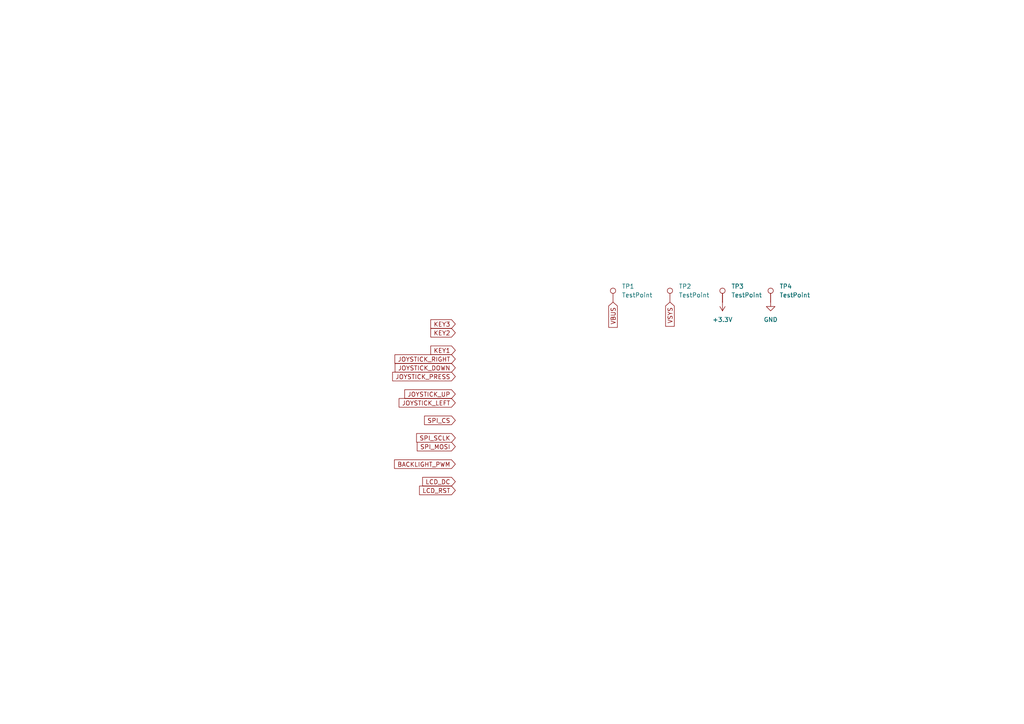
<source format=kicad_sch>
(kicad_sch (version 20250114) (generator "eeschema") (generator_version "9.0")
  (paper "A4")
  (lib_symbols
    (symbol "Connector:TestPoint" (pin_numbers (hide yes)) (pin_names (offset 0.762) (hide yes))
      (property "Reference" "TP" (at 0 6.858 0))
      (property "Value" "TestPoint" (at 0 5.08 0))
      (symbol "TestPoint_0_1"
        (circle (center 0 3.302) (radius 0.762))
      )
      (symbol "TestPoint_1_1"
        (pin passive line (at 0 0 90) (length 2.54) (name "1") (number "1"))
      )
    )
    (symbol "power:+3.3V" (power) (pin_numbers (hide yes)) (pin_names (offset 0) (hide yes))
      (property "Value" "+3.3V" (at 0 3.556 0))
      (symbol "+3.3V_0_1"
        (polyline (pts (xy -0.762 1.27) (xy 0 2.54)))
        (polyline (pts (xy 0 2.54) (xy 0.762 1.27)))
        (polyline (pts (xy 0 0) (xy 0 2.54)))
      )
      (symbol "+3.3V_1_1"
        (pin power_in line (at 0 0 90) (length 0) (name "~") (number "1"))
      )
    )
    (symbol "power:GND" (power) (pin_numbers (hide yes)) (pin_names (offset 0) (hide yes))
      (property "Value" "GND" (at 0 -3.81 0))
      (symbol "GND_0_1"
        (polyline (pts (xy 0 0) (xy 0 -1.27) (xy 1.27 -1.27) (xy 0 -2.54) (xy -1.27 -1.27) (xy 0 -1.27)))
      )
      (symbol "GND_1_1"
        (pin power_in line (at 0 0 270) (length 0) (name "~") (number "1"))
      )
    )
  )
  (global_label "SPI_MOSI" (shape input) (at 132.08 129.54 180) (property "Intersheetrefs" "${INTERSHEET_REFS}" (effects (hide yes))))
  (global_label "LCD_RST" (shape input) (at 132.08 142.24 180) (property "Intersheetrefs" "${INTERSHEET_REFS}" (effects (hide yes))))
  (global_label "KEY1" (shape input) (at 132.08 101.6 180) (property "Intersheetrefs" "${INTERSHEET_REFS}" (effects (hide yes))))
  (global_label "JOYSTICK_UP" (shape input) (at 132.08 114.3 180) (property "Intersheetrefs" "${INTERSHEET_REFS}" (effects (hide yes))))
  (global_label "JOYSTICK_LEFT" (shape input) (at 132.08 116.84 180) (property "Intersheetrefs" "${INTERSHEET_REFS}" (effects (hide yes))))
  (global_label "KEY2" (shape input) (at 132.08 96.52 180) (property "Intersheetrefs" "${INTERSHEET_REFS}" (effects (hide yes))))
  (global_label "JOYSTICK_DOWN" (shape input) (at 132.08 106.68 180) (property "Intersheetrefs" "${INTERSHEET_REFS}" (effects (hide yes))))
  (global_label "KEY3" (shape input) (at 132.08 93.98 180) (property "Intersheetrefs" "${INTERSHEET_REFS}" (effects (hide yes))))
  (global_label "SPI_SCLK" (shape input) (at 132.08 127 180) (property "Intersheetrefs" "${INTERSHEET_REFS}" (effects (hide yes))))
  (global_label "LCD_DC" (shape input) (at 132.08 139.7 180) (property "Intersheetrefs" "${INTERSHEET_REFS}" (effects (hide yes))))
  (global_label "BACKLIGHT_PWM" (shape input) (at 132.08 134.62 180) (property "Intersheetrefs" "${INTERSHEET_REFS}" (effects (hide yes))))
  (global_label "VBUS" (shape input) (at 177.8 87.63 270) (property "Intersheetrefs" "${INTERSHEET_REFS}" (effects (hide yes))))
  (global_label "JOYSTICK_RIGHT" (shape input) (at 132.08 104.14 180) (property "Intersheetrefs" "${INTERSHEET_REFS}" (effects (hide yes))))
  (global_label "JOYSTICK_PRESS" (shape input) (at 132.08 109.22 180) (property "Intersheetrefs" "${INTERSHEET_REFS}" (effects (hide yes))))
  (global_label "VSYS" (shape input) (at 194.31 87.63 270) (property "Intersheetrefs" "${INTERSHEET_REFS}" (effects (hide yes))))
  (global_label "SPI_CS" (shape input) (at 132.08 121.92 180) (property "Intersheetrefs" "${INTERSHEET_REFS}" (effects (hide yes))))
  (symbol (lib_id "power:GND") (at 223.52 87.63 0) (unit 1)
    (property "Reference" "#PWR06" (effects (hide yes)))
    (property "Value" "GND" (at 223.52 92.71 0))
    (property "Description" "Power symbol creates a global label with name \"GND\" , ground" (effects (hide yes)))
  )
  (symbol (lib_id "Connector:TestPoint") (at 223.52 87.63 0) (unit 1)
    (property "Reference" "TP4" (at 226.06 83.0579 0) (effects (justify left)))
    (property "Value" "TestPoint" (at 226.06 85.5979 0) (effects (justify left)))
    (property "Footprint" "seedsigner-luckfox:TestPoint_Pad_1.5x1.5mm" (effects (hide yes)))
    (property "Description" "test point" (effects (hide yes)))
  )
  (symbol (lib_id "Connector:TestPoint") (at 194.31 87.63 0) (unit 1)
    (property "Reference" "TP2" (at 196.85 83.0579 0) (effects (justify left)))
    (property "Value" "TestPoint" (at 196.85 85.5979 0) (effects (justify left)))
    (property "Footprint" "seedsigner-luckfox:TestPoint_Pad_1.5x1.5mm" (effects (hide yes)))
    (property "Description" "test point" (effects (hide yes)))
  )
  (symbol (lib_id "Connector:TestPoint") (at 177.8 87.63 0) (unit 1)
    (property "Reference" "TP1" (at 180.34 83.0579 0) (effects (justify left)))
    (property "Value" "TestPoint" (at 180.34 85.5979 0) (effects (justify left)))
    (property "Footprint" "seedsigner-luckfox:TestPoint_Pad_1.5x1.5mm" (effects (hide yes)))
    (property "Description" "test point" (effects (hide yes)))
  )
  (symbol (lib_id "Connector:TestPoint") (at 209.55 87.63 0) (unit 1)
    (property "Reference" "TP3" (at 212.09 83.0579 0) (effects (justify left)))
    (property "Value" "TestPoint" (at 212.09 85.5979 0) (effects (justify left)))
    (property "Footprint" "seedsigner-luckfox:TestPoint_Pad_1.5x1.5mm" (effects (hide yes)))
    (property "Description" "test point" (effects (hide yes)))
  )
  (symbol (lib_id "power:+3.3V") (at 209.55 87.63 180) (unit 1)
    (property "Reference" "#PWR05" (effects (hide yes)))
    (property "Value" "+3.3V" (at 209.55 92.71 0))
    (property "Description" "Power symbol creates a global label with name \"+3.3V\"" (effects (hide yes)))
  )
)
</source>
